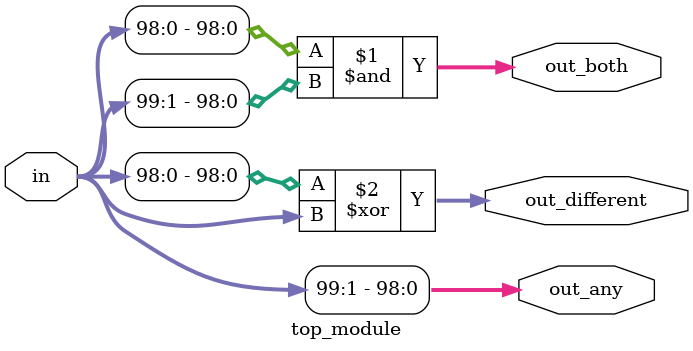
<source format=sv>
module top_module (
    input [99:0] in,
    output [98:0] out_both,
    output [99:1] out_any,
    output [99:0] out_different
);

    assign out_both = in[98:0] & in[99:1];
    
    assign out_any = {in[99], in[99:1]};
    
    assign out_different = in[98:0] ^ {in[99], in[98:0]};

endmodule

</source>
